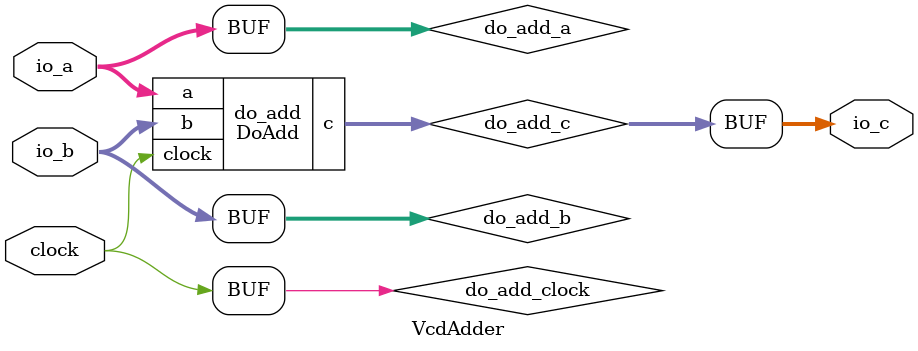
<source format=v>
module DoAdd(
  input        clock,
  input  [7:0] a,
  input  [7:0] b,
  output [9:0] c
);
`ifdef RANDOMIZE_REG_INIT
  reg [31:0] _RAND_0;
`endif // RANDOMIZE_REG_INIT
  reg [8:0] accum;
  assign c = {{1{accum[8]}},accum};
  always @(posedge clock) begin
    accum <= $signed(a) + $signed(b);
  end
// Register and memory initialization
`ifdef RANDOMIZE_GARBAGE_ASSIGN
`define RANDOMIZE
`endif
`ifdef RANDOMIZE_INVALID_ASSIGN
`define RANDOMIZE
`endif
`ifdef RANDOMIZE_REG_INIT
`define RANDOMIZE
`endif
`ifdef RANDOMIZE_MEM_INIT
`define RANDOMIZE
`endif
`ifndef RANDOM
`define RANDOM $random
`endif
`ifdef RANDOMIZE_MEM_INIT
  integer initvar;
`endif
`ifndef SYNTHESIS
`ifdef FIRRTL_BEFORE_INITIAL
`FIRRTL_BEFORE_INITIAL
`endif
initial begin
  `ifdef RANDOMIZE
    `ifdef INIT_RANDOM
      `INIT_RANDOM
    `endif
    `ifndef VERILATOR
      `ifdef RANDOMIZE_DELAY
        #`RANDOMIZE_DELAY begin end
      `else
        #0.002 begin end
      `endif
    `endif
`ifdef RANDOMIZE_REG_INIT
  _RAND_0 = {1{`RANDOM}};
  accum = _RAND_0[8:0];
`endif // RANDOMIZE_REG_INIT
  `endif // RANDOMIZE
end // initial
`ifdef FIRRTL_AFTER_INITIAL
`FIRRTL_AFTER_INITIAL
`endif
`endif // SYNTHESIS
endmodule
module VcdAdder(
  input        clock,
  input  [7:0] io_a,
  input  [7:0] io_b,
  output [9:0] io_c
);
  wire  do_add_clock;
  wire [7:0] do_add_a;
  wire [7:0] do_add_b;
  wire [9:0] do_add_c;
  DoAdd do_add (
    .clock(do_add_clock),
    .a(do_add_a),
    .b(do_add_b),
    .c(do_add_c)
  );
  assign io_c = do_add_c;
  assign do_add_clock = clock;
  assign do_add_a = io_a;
  assign do_add_b = io_b;
endmodule

</source>
